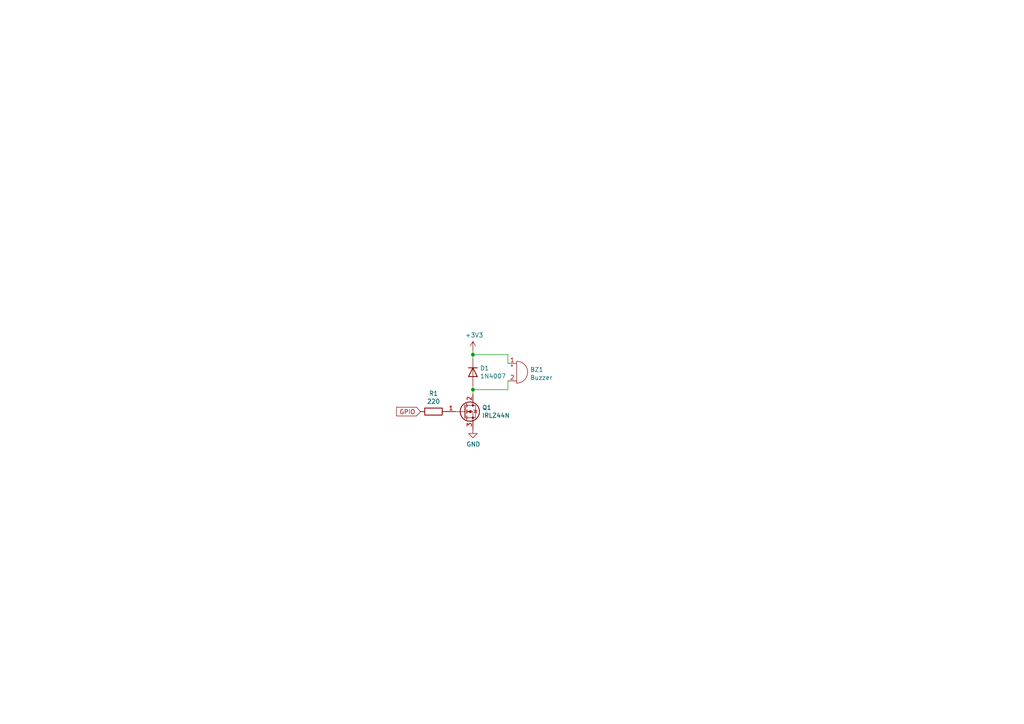
<source format=kicad_sch>
(kicad_sch (version 20211123) (generator eeschema)
  (paper "A4")
  (lib_symbols
    (symbol "Device:Buzzer" (pin_names (offset 0.0254) hide)
      (property "Reference" "BZ" (at 3.81 1.27 0))
      (property "Value" "Buzzer" (at 3.81 -1.27 0))
      (symbol "Buzzer_0_1"
        (arc (start 0 -3.175) (mid 3.175 0) (end 0 3.175))
        (polyline (pts (xy -1.651 1.905) (xy -1.143 1.905)))
        (polyline (pts (xy -1.397 2.159) (xy -1.397 1.651)))
        (polyline (pts (xy 0 3.175) (xy 0 -3.175)))
      )
      (symbol "Buzzer_1_1"
        (pin passive line (at -2.54 2.54 0) (length 2.54) (name "-") (number "1"))
        (pin passive line (at -2.54 -2.54 0) (length 2.54) (name "+") (number "2"))
      )
    )
    (symbol "Device:R" (pin_numbers hide) (pin_names (offset 0))
      (property "Reference" "R" (at 2.032 0 90))
      (property "Value" "R" (at 0 0 90))
      (symbol "R_0_1"
        (rectangle (start -1.016 -2.54) (end 1.016 2.54) (stroke (width 0.254)))
      )
      (symbol "R_1_1"
        (pin passive line (at 0 3.81 270) (length 1.27) (name "~") (number "1"))
        (pin passive line (at 0 -3.81 90) (length 1.27) (name "~") (number "2"))
      )
    )
    (symbol "Diode:1N4007" (pin_numbers hide) (pin_names (offset 1.016) hide)
      (property "Reference" "D" (at 0 2.54 0))
      (property "Value" "1N4007" (at 0 -2.54 0))
      (symbol "1N4007_0_1"
        (polyline (pts (xy -1.27 1.27) (xy -1.27 -1.27)) (stroke (width 0.254)))
        (polyline (pts (xy 1.27 0) (xy -1.27 0)))
        (polyline (pts (xy 1.27 1.27) (xy 1.27 -1.27) (xy -1.27 0) (xy 1.27 1.27)) (stroke (width 0.254)))
      )
      (symbol "1N4007_1_1"
        (pin passive line (at -3.81 0 0) (length 2.54) (name "K") (number "1"))
        (pin passive line (at 3.81 0 180) (length 2.54) (name "A") (number "2"))
      )
    )
    (symbol "Transistor_FET:IRLZ44N" (pin_names hide)
      (property "Reference" "Q" (at 6.35 1.905 0))
      (property "Value" "IRLZ44N" (at 6.35 0 0))
      (symbol "IRLZ44N_0_1"
        (polyline (pts (xy 0.254 0) (xy -2.54 0)))
        (polyline (pts (xy 0.254 1.905) (xy 0.254 -1.905)) (stroke (width 0.254)))
        (polyline (pts (xy 0.762 -1.27) (xy 0.762 -2.286)) (stroke (width 0.254)))
        (polyline (pts (xy 0.762 0.508) (xy 0.762 -0.508)) (stroke (width 0.254)))
        (polyline (pts (xy 0.762 2.286) (xy 0.762 1.27)) (stroke (width 0.254)))
        (polyline (pts (xy 2.54 2.54) (xy 2.54 1.778)))
        (polyline (pts (xy 2.54 -2.54) (xy 2.54 0) (xy 0.762 0)))
        (polyline (pts (xy 0.762 -1.778) (xy 3.302 -1.778) (xy 3.302 1.778) (xy 0.762 1.778)))
        (polyline (pts (xy 1.016 0) (xy 2.032 0.381) (xy 2.032 -0.381) (xy 1.016 0)) (fill (type outline)))
        (polyline (pts (xy 2.794 0.508) (xy 2.921 0.381) (xy 3.683 0.381) (xy 3.81 0.254)))
        (polyline (pts (xy 3.302 0.381) (xy 2.921 -0.254) (xy 3.683 -0.254) (xy 3.302 0.381)))
        (circle (center 1.651 0) (radius 2.794) (stroke (width 0.254)))
        (circle (center 2.54 -1.778) (radius 0.254) (fill (type outline)))
        (circle (center 2.54 1.778) (radius 0.254) (fill (type outline)))
      )
      (symbol "IRLZ44N_1_1"
        (pin input line (at -5.08 0 0) (length 2.54) (name "G") (number "1"))
        (pin passive line (at 2.54 5.08 270) (length 2.54) (name "D") (number "2"))
        (pin passive line (at 2.54 -5.08 90) (length 2.54) (name "S") (number "3"))
      )
    )
    (symbol "power:+3.3V" (power) (pin_names (offset 0))
      (property "Value" "+3.3V" (at 0 3.556 0))
      (symbol "+3.3V_0_1"
        (polyline (pts (xy -0.762 1.27) (xy 0 2.54)))
        (polyline (pts (xy 0 0) (xy 0 2.54)))
        (polyline (pts (xy 0 2.54) (xy 0.762 1.27)))
      )
      (symbol "+3.3V_1_1"
        (pin power_in line (at 0 0 90) (length 0) hide (name "+3V3") (number "1"))
      )
    )
    (symbol "power:GND" (power) (pin_names (offset 0))
      (property "Value" "GND" (at 0 -3.81 0))
      (symbol "GND_0_1"
        (polyline (pts (xy 0 0) (xy 0 -1.27) (xy 1.27 -1.27) (xy 0 -2.54) (xy -1.27 -1.27) (xy 0 -1.27)))
      )
      (symbol "GND_1_1"
        (pin power_in line (at 0 0 270) (length 0) hide (name "GND") (number "1"))
      )
    )
  )
  (junction (at 137.16 113.03) (diameter 0.9144))
  (junction (at 137.16 102.87) (diameter 0.9144))
  (wire (pts (xy 137.16 102.87) (xy 137.16 101.6)))
  (wire (pts (xy 137.16 113.03) (xy 137.16 111.76)))
  (wire (pts (xy 147.32 105.41) (xy 147.32 102.87)))
  (wire (pts (xy 137.16 113.03) (xy 147.32 113.03)))
  (wire (pts (xy 137.16 102.87) (xy 137.16 104.14)))
  (wire (pts (xy 147.32 102.87) (xy 137.16 102.87)))
  (wire (pts (xy 147.32 113.03) (xy 147.32 110.49)))
  (wire (pts (xy 137.16 114.3) (xy 137.16 113.03)))
  (global_label "GPIO" (shape input) (at 121.92 119.38 180) (property "Intersheet References" "${INTERSHEET_REFS}" (effects hide)))
  (symbol (lib_id "Transistor_FET:IRLZ44N") (at 134.62 119.38 0) (unit 1)
    (property "Reference" "Q1" (at 139.8016 118.2116 0) (effects (justify left)))
    (property "Value" "IRLZ44N" (at 139.8016 120.523 0) (effects (justify left)))
    (property "Footprint" "Package_TO_SOT_THT:TO-220-3_Vertical" (effects hide))
    (property "Datasheet" "http://www.irf.com/product-info/datasheets/data/irlz44n.pdf" (effects hide))
  )
  (symbol (lib_id "Device:Buzzer") (at 149.86 107.95 0) (unit 1)
    (property "Reference" "BZ1" (at 153.7208 107.2134 0) (effects (justify left)))
    (property "Value" "Buzzer" (at 153.7208 109.5248 0) (effects (justify left)))
  )
  (symbol (lib_id "Diode:1N4007") (at 137.16 107.95 270) (unit 1)
    (property "Reference" "D1" (at 139.192 106.7816 90) (effects (justify left)))
    (property "Value" "1N4007" (at 139.192 109.093 90) (effects (justify left)))
    (property "Footprint" "Diode_THT:D_DO-41_SOD81_P10.16mm_Horizontal" (effects hide))
    (property "Datasheet" "http://www.vishay.com/docs/88503/1n4001.pdf" (effects hide))
  )
  (symbol (lib_id "Device:R") (at 125.73 119.38 270) (unit 1)
    (property "Reference" "R1" (at 125.73 114.1222 90))
    (property "Value" "220" (at 125.73 116.4336 90))
  )
  (symbol (lib_id "power:+3.3V") (at 137.16 101.6 0) (unit 1)
    (property "Reference" "#PWR01" (effects hide))
    (property "Value" "+3.3V" (at 137.541 97.2058 0))
  )
  (symbol (lib_id "power:GND") (at 137.16 124.46 0) (unit 1)
    (property "Reference" "#PWR02" (effects hide))
    (property "Value" "GND" (at 137.287 128.8542 0))
  )
)
</source>
